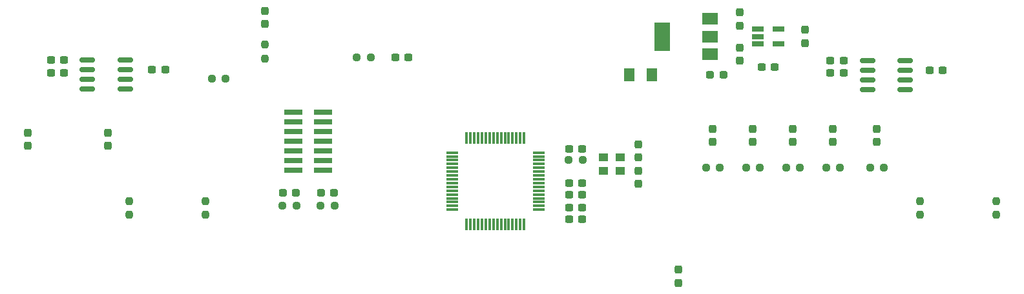
<source format=gbr>
%TF.GenerationSoftware,KiCad,Pcbnew,(6.0.4)*%
%TF.CreationDate,2022-10-27T14:20:37+02:00*%
%TF.ProjectId,projet_robot_ese,70726f6a-6574-45f7-926f-626f745f6573,rev?*%
%TF.SameCoordinates,Original*%
%TF.FileFunction,Paste,Top*%
%TF.FilePolarity,Positive*%
%FSLAX46Y46*%
G04 Gerber Fmt 4.6, Leading zero omitted, Abs format (unit mm)*
G04 Created by KiCad (PCBNEW (6.0.4)) date 2022-10-27 14:20:37*
%MOMM*%
%LPD*%
G01*
G04 APERTURE LIST*
G04 Aperture macros list*
%AMRoundRect*
0 Rectangle with rounded corners*
0 $1 Rounding radius*
0 $2 $3 $4 $5 $6 $7 $8 $9 X,Y pos of 4 corners*
0 Add a 4 corners polygon primitive as box body*
4,1,4,$2,$3,$4,$5,$6,$7,$8,$9,$2,$3,0*
0 Add four circle primitives for the rounded corners*
1,1,$1+$1,$2,$3*
1,1,$1+$1,$4,$5*
1,1,$1+$1,$6,$7*
1,1,$1+$1,$8,$9*
0 Add four rect primitives between the rounded corners*
20,1,$1+$1,$2,$3,$4,$5,0*
20,1,$1+$1,$4,$5,$6,$7,0*
20,1,$1+$1,$6,$7,$8,$9,0*
20,1,$1+$1,$8,$9,$2,$3,0*%
G04 Aperture macros list end*
%ADD10RoundRect,0.150000X-0.825000X-0.150000X0.825000X-0.150000X0.825000X0.150000X-0.825000X0.150000X0*%
%ADD11RoundRect,0.237500X-0.287500X-0.237500X0.287500X-0.237500X0.287500X0.237500X-0.287500X0.237500X0*%
%ADD12R,1.300000X1.000000*%
%ADD13RoundRect,0.237500X0.237500X-0.287500X0.237500X0.287500X-0.237500X0.287500X-0.237500X-0.287500X0*%
%ADD14RoundRect,0.237500X0.287500X0.237500X-0.287500X0.237500X-0.287500X-0.237500X0.287500X-0.237500X0*%
%ADD15RoundRect,0.237500X-0.250000X-0.237500X0.250000X-0.237500X0.250000X0.237500X-0.250000X0.237500X0*%
%ADD16RoundRect,0.237500X-0.237500X0.300000X-0.237500X-0.300000X0.237500X-0.300000X0.237500X0.300000X0*%
%ADD17RoundRect,0.237500X-0.300000X-0.237500X0.300000X-0.237500X0.300000X0.237500X-0.300000X0.237500X0*%
%ADD18RoundRect,0.237500X0.237500X-0.300000X0.237500X0.300000X-0.237500X0.300000X-0.237500X-0.300000X0*%
%ADD19RoundRect,0.237500X0.300000X0.237500X-0.300000X0.237500X-0.300000X-0.237500X0.300000X-0.237500X0*%
%ADD20RoundRect,0.237500X0.237500X-0.250000X0.237500X0.250000X-0.237500X0.250000X-0.237500X-0.250000X0*%
%ADD21RoundRect,0.237500X0.250000X0.237500X-0.250000X0.237500X-0.250000X-0.237500X0.250000X-0.237500X0*%
%ADD22RoundRect,0.075000X0.700000X0.075000X-0.700000X0.075000X-0.700000X-0.075000X0.700000X-0.075000X0*%
%ADD23RoundRect,0.075000X0.075000X0.700000X-0.075000X0.700000X-0.075000X-0.700000X0.075000X-0.700000X0*%
%ADD24RoundRect,0.250001X-0.462499X-0.624999X0.462499X-0.624999X0.462499X0.624999X-0.462499X0.624999X0*%
%ADD25R,1.560000X0.650000*%
%ADD26RoundRect,0.237500X-0.237500X0.250000X-0.237500X-0.250000X0.237500X-0.250000X0.237500X0.250000X0*%
%ADD27R,2.400000X0.740000*%
%ADD28R,2.000000X1.500000*%
%ADD29R,2.000000X3.800000*%
G04 APERTURE END LIST*
D10*
%TO.C,U301*%
X116541000Y-88095000D03*
X116541000Y-89365000D03*
X116541000Y-90635000D03*
X116541000Y-91905000D03*
X121491000Y-91905000D03*
X121491000Y-90635000D03*
X121491000Y-89365000D03*
X121491000Y-88095000D03*
%TD*%
D11*
%TO.C,D404*%
X142125000Y-105500000D03*
X143875000Y-105500000D03*
%TD*%
D12*
%TO.C,Y401*%
X184150000Y-102650000D03*
X186350000Y-102650000D03*
X186350000Y-100850000D03*
X184150000Y-100850000D03*
%TD*%
D13*
%TO.C,D402*%
X203750000Y-98875000D03*
X203750000Y-97125000D03*
%TD*%
D14*
%TO.C,D405*%
X148875000Y-105500000D03*
X147125000Y-105500000D03*
%TD*%
D15*
%TO.C,R401*%
X179587500Y-101250000D03*
X181412500Y-101250000D03*
%TD*%
D16*
%TO.C,C404*%
X139750000Y-81637500D03*
X139750000Y-83362500D03*
%TD*%
D17*
%TO.C,C405*%
X179637500Y-109000000D03*
X181362500Y-109000000D03*
%TD*%
D15*
%TO.C,R412*%
X208087500Y-102250000D03*
X209912500Y-102250000D03*
%TD*%
D18*
%TO.C,C410*%
X194000000Y-117362500D03*
X194000000Y-115637500D03*
%TD*%
D19*
%TO.C,C302*%
X215612500Y-89811000D03*
X213887500Y-89811000D03*
%TD*%
D15*
%TO.C,R201*%
X219087500Y-102250000D03*
X220912500Y-102250000D03*
%TD*%
D17*
%TO.C,C412*%
X156887500Y-87750000D03*
X158612500Y-87750000D03*
%TD*%
%TO.C,C303*%
X125000000Y-89365000D03*
X126725000Y-89365000D03*
%TD*%
D15*
%TO.C,R202*%
X213337500Y-102250000D03*
X215162500Y-102250000D03*
%TD*%
D19*
%TO.C,C301*%
X113475000Y-89750000D03*
X111750000Y-89750000D03*
%TD*%
D16*
%TO.C,C202*%
X202000000Y-81837500D03*
X202000000Y-83562500D03*
%TD*%
%TO.C,C204*%
X210566000Y-84137500D03*
X210566000Y-85862500D03*
%TD*%
D19*
%TO.C,C306*%
X215612500Y-88156000D03*
X213887500Y-88156000D03*
%TD*%
%TO.C,C305*%
X113475000Y-88095000D03*
X111750000Y-88095000D03*
%TD*%
D17*
%TO.C,C406*%
X179637500Y-104250000D03*
X181362500Y-104250000D03*
%TD*%
D18*
%TO.C,C409*%
X119250000Y-99362500D03*
X119250000Y-97637500D03*
%TD*%
%TO.C,C201*%
X202000000Y-88162500D03*
X202000000Y-86437500D03*
%TD*%
D10*
%TO.C,U302*%
X218776000Y-88156000D03*
X218776000Y-89426000D03*
X218776000Y-90696000D03*
X218776000Y-91966000D03*
X223726000Y-91966000D03*
X223726000Y-90696000D03*
X223726000Y-89426000D03*
X223726000Y-88156000D03*
%TD*%
D13*
%TO.C,D203*%
X214250000Y-98875000D03*
X214250000Y-97125000D03*
%TD*%
D15*
%TO.C,R403*%
X132837500Y-90500000D03*
X134662500Y-90500000D03*
%TD*%
%TO.C,R410*%
X197587500Y-102250000D03*
X199412500Y-102250000D03*
%TD*%
D20*
%TO.C,R406*%
X225637500Y-108437500D03*
X225637500Y-106612500D03*
%TD*%
D21*
%TO.C,R413*%
X143912500Y-107250000D03*
X142087500Y-107250000D03*
%TD*%
D15*
%TO.C,R409*%
X151837500Y-87750000D03*
X153662500Y-87750000D03*
%TD*%
D22*
%TO.C,U401*%
X175675000Y-107750000D03*
X175675000Y-107250000D03*
X175675000Y-106750000D03*
X175675000Y-106250000D03*
X175675000Y-105750000D03*
X175675000Y-105250000D03*
X175675000Y-104750000D03*
X175675000Y-104250000D03*
X175675000Y-103750000D03*
X175675000Y-103250000D03*
X175675000Y-102750000D03*
X175675000Y-102250000D03*
X175675000Y-101750000D03*
X175675000Y-101250000D03*
X175675000Y-100750000D03*
X175675000Y-100250000D03*
D23*
X173750000Y-98325000D03*
X173250000Y-98325000D03*
X172750000Y-98325000D03*
X172250000Y-98325000D03*
X171750000Y-98325000D03*
X171250000Y-98325000D03*
X170750000Y-98325000D03*
X170250000Y-98325000D03*
X169750000Y-98325000D03*
X169250000Y-98325000D03*
X168750000Y-98325000D03*
X168250000Y-98325000D03*
X167750000Y-98325000D03*
X167250000Y-98325000D03*
X166750000Y-98325000D03*
X166250000Y-98325000D03*
D22*
X164325000Y-100250000D03*
X164325000Y-100750000D03*
X164325000Y-101250000D03*
X164325000Y-101750000D03*
X164325000Y-102250000D03*
X164325000Y-102750000D03*
X164325000Y-103250000D03*
X164325000Y-103750000D03*
X164325000Y-104250000D03*
X164325000Y-104750000D03*
X164325000Y-105250000D03*
X164325000Y-105750000D03*
X164325000Y-106250000D03*
X164325000Y-106750000D03*
X164325000Y-107250000D03*
X164325000Y-107750000D03*
D23*
X166250000Y-109675000D03*
X166750000Y-109675000D03*
X167250000Y-109675000D03*
X167750000Y-109675000D03*
X168250000Y-109675000D03*
X168750000Y-109675000D03*
X169250000Y-109675000D03*
X169750000Y-109675000D03*
X170250000Y-109675000D03*
X170750000Y-109675000D03*
X171250000Y-109675000D03*
X171750000Y-109675000D03*
X172250000Y-109675000D03*
X172750000Y-109675000D03*
X173250000Y-109675000D03*
X173750000Y-109675000D03*
%TD*%
D11*
%TO.C,D201*%
X198125000Y-90000000D03*
X199875000Y-90000000D03*
%TD*%
D13*
%TO.C,D403*%
X209000000Y-98875000D03*
X209000000Y-97125000D03*
%TD*%
D20*
%TO.C,R407*%
X132000000Y-108412500D03*
X132000000Y-106587500D03*
%TD*%
D15*
%TO.C,R411*%
X202837500Y-102250000D03*
X204662500Y-102250000D03*
%TD*%
D24*
%TO.C,F201*%
X187512500Y-90000000D03*
X190487500Y-90000000D03*
%TD*%
D25*
%TO.C,U202*%
X204390000Y-84050000D03*
X204390000Y-85000000D03*
X204390000Y-85950000D03*
X207090000Y-85950000D03*
X207090000Y-84050000D03*
%TD*%
D17*
%TO.C,C203*%
X204887500Y-89000000D03*
X206612500Y-89000000D03*
%TD*%
D26*
%TO.C,R404*%
X139750000Y-86087500D03*
X139750000Y-87912500D03*
%TD*%
D27*
%TO.C,J401*%
X143550000Y-94940000D03*
X147450000Y-94940000D03*
X143550000Y-96210000D03*
X147450000Y-96210000D03*
X143550000Y-97480000D03*
X147450000Y-97480000D03*
X143550000Y-98750000D03*
X147450000Y-98750000D03*
X143550000Y-100020000D03*
X147450000Y-100020000D03*
X143550000Y-101290000D03*
X147450000Y-101290000D03*
X143550000Y-102560000D03*
X147450000Y-102560000D03*
%TD*%
D17*
%TO.C,C401*%
X179637500Y-99750000D03*
X181362500Y-99750000D03*
%TD*%
D18*
%TO.C,C411*%
X108750000Y-99362500D03*
X108750000Y-97637500D03*
%TD*%
D17*
%TO.C,C304*%
X226887500Y-89426000D03*
X228612500Y-89426000D03*
%TD*%
%TO.C,C407*%
X179637500Y-107500000D03*
X181362500Y-107500000D03*
%TD*%
%TO.C,C408*%
X179637500Y-105750000D03*
X181362500Y-105750000D03*
%TD*%
D13*
%TO.C,D401*%
X198500000Y-98875000D03*
X198500000Y-97125000D03*
%TD*%
D20*
%TO.C,R405*%
X235637500Y-108437500D03*
X235637500Y-106612500D03*
%TD*%
D28*
%TO.C,U201*%
X198150000Y-87300000D03*
X198150000Y-85000000D03*
X198150000Y-82700000D03*
D29*
X191850000Y-85000000D03*
%TD*%
D20*
%TO.C,R408*%
X122000000Y-108412500D03*
X122000000Y-106587500D03*
%TD*%
D18*
%TO.C,C403*%
X188750000Y-104362500D03*
X188750000Y-102637500D03*
%TD*%
D15*
%TO.C,R414*%
X147087500Y-107250000D03*
X148912500Y-107250000D03*
%TD*%
D18*
%TO.C,C402*%
X188750000Y-100862500D03*
X188750000Y-99137500D03*
%TD*%
D13*
%TO.C,D202*%
X220000000Y-98875000D03*
X220000000Y-97125000D03*
%TD*%
M02*

</source>
